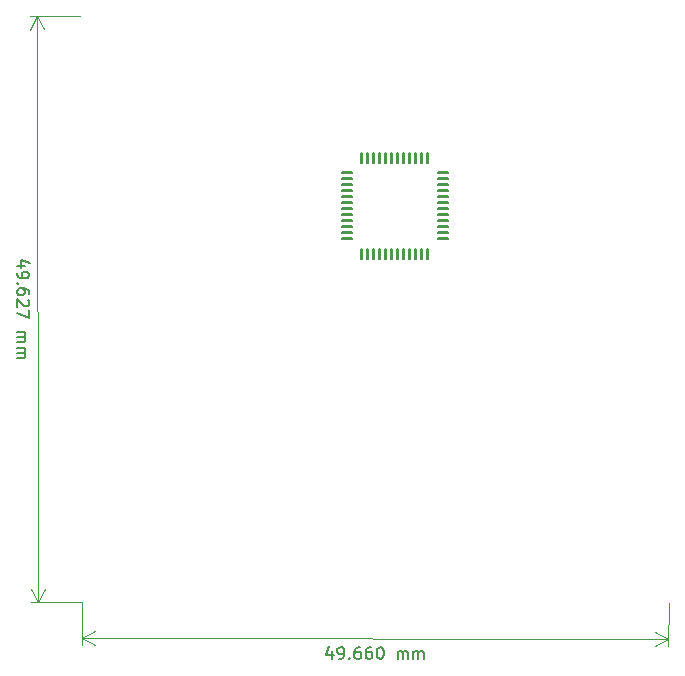
<source format=gbr>
G04 #@! TF.GenerationSoftware,KiCad,Pcbnew,5.1.6-c6e7f7d~87~ubuntu18.04.1*
G04 #@! TF.CreationDate,2020-10-14T05:15:15+05:30*
G04 #@! TF.ProjectId,FrontEnd_4S,46726f6e-7445-46e6-945f-34532e6b6963,rev?*
G04 #@! TF.SameCoordinates,Original*
G04 #@! TF.FileFunction,OtherDrawing,Comment*
%FSLAX46Y46*%
G04 Gerber Fmt 4.6, Leading zero omitted, Abs format (unit mm)*
G04 Created by KiCad (PCBNEW 5.1.6-c6e7f7d~87~ubuntu18.04.1) date 2020-10-14 05:15:15*
%MOMM*%
%LPD*%
G01*
G04 APERTURE LIST*
%ADD10C,0.150000*%
%ADD11C,0.100000*%
G04 APERTURE END LIST*
D10*
X89074417Y-87665246D02*
X88407753Y-87667191D01*
X89454673Y-87426041D02*
X88739696Y-87190030D01*
X88741502Y-87809075D01*
X88409420Y-88238617D02*
X88409976Y-88429093D01*
X88457873Y-88524191D01*
X88505631Y-88571671D01*
X88648765Y-88666492D01*
X88839379Y-88713555D01*
X89220330Y-88712444D01*
X89315429Y-88664547D01*
X89362909Y-88616790D01*
X89410250Y-88521413D01*
X89409694Y-88330938D01*
X89361797Y-88235839D01*
X89314040Y-88188359D01*
X89218663Y-88141018D01*
X88980569Y-88141713D01*
X88885470Y-88189609D01*
X88837990Y-88237367D01*
X88790649Y-88332744D01*
X88791205Y-88523219D01*
X88839101Y-88618318D01*
X88886859Y-88665798D01*
X88982236Y-88713139D01*
X88507298Y-89143098D02*
X88459818Y-89190855D01*
X88412060Y-89143375D01*
X88459540Y-89095618D01*
X88507298Y-89143098D01*
X88412060Y-89143375D01*
X89414695Y-90045216D02*
X89414140Y-89854741D01*
X89366243Y-89759642D01*
X89318485Y-89712162D01*
X89175351Y-89617341D01*
X88984736Y-89570278D01*
X88603786Y-89571389D01*
X88508687Y-89619286D01*
X88461207Y-89667044D01*
X88413866Y-89762420D01*
X88414422Y-89952896D01*
X88462318Y-90047995D01*
X88510076Y-90095474D01*
X88605453Y-90142815D01*
X88843547Y-90142121D01*
X88938646Y-90094224D01*
X88986126Y-90046466D01*
X89033467Y-89951090D01*
X89032911Y-89760614D01*
X88985014Y-89665516D01*
X88937257Y-89618036D01*
X88841880Y-89570695D01*
X89320847Y-90521682D02*
X89368605Y-90569162D01*
X89416501Y-90664261D01*
X89417196Y-90902355D01*
X89369855Y-90997732D01*
X89322375Y-91045490D01*
X89227276Y-91093386D01*
X89132039Y-91093664D01*
X88989043Y-91046462D01*
X88415950Y-90476703D01*
X88417756Y-91095748D01*
X89418724Y-91426163D02*
X89420669Y-92092826D01*
X88419423Y-91667174D01*
X88424007Y-93238596D02*
X89090671Y-93236651D01*
X88995434Y-93236929D02*
X89043191Y-93284409D01*
X89091088Y-93379508D01*
X89091505Y-93522364D01*
X89044164Y-93617741D01*
X88949065Y-93665638D01*
X88425258Y-93667166D01*
X88949065Y-93665638D02*
X89044442Y-93712979D01*
X89092338Y-93808077D01*
X89092755Y-93950934D01*
X89045414Y-94046310D01*
X88950315Y-94094207D01*
X88426508Y-94095735D01*
X88427897Y-94571924D02*
X89094561Y-94569979D01*
X88999323Y-94570257D02*
X89047081Y-94617737D01*
X89094978Y-94712835D01*
X89095395Y-94855692D01*
X89048054Y-94951068D01*
X88952955Y-94998965D01*
X88429148Y-95000493D01*
X88952955Y-94998965D02*
X89048331Y-95046306D01*
X89096228Y-95141405D01*
X89096645Y-95284261D01*
X89049304Y-95379638D01*
X88954205Y-95427535D01*
X88430398Y-95429063D01*
D11*
X90048435Y-66515616D02*
X90193215Y-116142136D01*
X93748860Y-66504820D02*
X89462017Y-66517326D01*
X93893640Y-116131340D02*
X89606797Y-116143846D01*
X90193215Y-116142136D02*
X89603510Y-115017348D01*
X90193215Y-116142136D02*
X90776347Y-115013926D01*
X90048435Y-66515616D02*
X89465303Y-67643826D01*
X90048435Y-66515616D02*
X90638140Y-67640404D01*
D10*
X115047782Y-120256502D02*
X115046316Y-120923167D01*
X114810525Y-119875027D02*
X114570860Y-120588787D01*
X115189906Y-120590149D01*
X115617743Y-120924424D02*
X115808219Y-120924843D01*
X115903561Y-120877433D01*
X115951285Y-120829919D01*
X116046837Y-120687272D01*
X116094875Y-120496901D01*
X116095713Y-120115949D01*
X116048303Y-120020607D01*
X116000789Y-119972883D01*
X115905656Y-119925055D01*
X115715180Y-119924636D01*
X115619838Y-119972045D01*
X115572114Y-120019559D01*
X115524286Y-120114692D01*
X115523762Y-120352787D01*
X115571171Y-120448130D01*
X115618686Y-120495853D01*
X115713819Y-120543682D01*
X115904294Y-120544101D01*
X115999637Y-120496691D01*
X116047361Y-120449177D01*
X116095189Y-120354044D01*
X116522712Y-120831176D02*
X116570226Y-120878899D01*
X116522503Y-120926414D01*
X116474988Y-120878690D01*
X116522712Y-120831176D01*
X116522503Y-120926414D01*
X117429462Y-119928406D02*
X117238986Y-119927987D01*
X117143643Y-119975397D01*
X117095920Y-120022911D01*
X117000368Y-120165558D01*
X116952330Y-120355929D01*
X116951492Y-120736881D01*
X116998901Y-120832223D01*
X117046416Y-120879947D01*
X117141549Y-120927775D01*
X117332025Y-120928194D01*
X117427367Y-120880785D01*
X117475091Y-120833270D01*
X117522919Y-120738137D01*
X117523443Y-120500043D01*
X117476033Y-120404700D01*
X117428519Y-120356976D01*
X117333386Y-120309148D01*
X117142910Y-120308729D01*
X117047568Y-120356139D01*
X116999844Y-120403653D01*
X116952016Y-120498786D01*
X118381840Y-119930501D02*
X118191365Y-119930082D01*
X118096022Y-119977491D01*
X118048298Y-120025005D01*
X117952746Y-120167653D01*
X117904708Y-120358024D01*
X117903871Y-120738975D01*
X117951280Y-120834318D01*
X117998794Y-120882041D01*
X118093927Y-120929870D01*
X118284403Y-120930289D01*
X118379746Y-120882879D01*
X118427469Y-120835365D01*
X118475298Y-120740232D01*
X118475821Y-120502137D01*
X118428412Y-120406795D01*
X118380898Y-120359071D01*
X118285765Y-120311243D01*
X118095289Y-120310824D01*
X117999946Y-120358233D01*
X117952223Y-120405747D01*
X117904394Y-120500881D01*
X119096124Y-119932072D02*
X119191362Y-119932281D01*
X119286495Y-119980109D01*
X119334010Y-120027833D01*
X119381419Y-120123176D01*
X119428619Y-120313756D01*
X119428095Y-120551851D01*
X119380058Y-120742222D01*
X119332229Y-120837355D01*
X119284505Y-120884869D01*
X119189163Y-120932279D01*
X119093925Y-120932069D01*
X118998792Y-120884241D01*
X118951278Y-120836517D01*
X118903868Y-120741175D01*
X118856668Y-120550594D01*
X118857192Y-120312499D01*
X118905230Y-120122128D01*
X118953058Y-120026995D01*
X119000782Y-119979481D01*
X119096124Y-119932072D01*
X120617731Y-120935421D02*
X120619197Y-120268756D01*
X120618988Y-120363993D02*
X120666711Y-120316479D01*
X120762054Y-120269070D01*
X120904911Y-120269384D01*
X121000044Y-120317212D01*
X121047453Y-120412555D01*
X121046301Y-120936363D01*
X121047453Y-120412555D02*
X121095282Y-120317422D01*
X121190624Y-120270012D01*
X121333481Y-120270327D01*
X121428614Y-120318155D01*
X121476024Y-120413498D01*
X121474872Y-120937306D01*
X121951061Y-120938353D02*
X121952527Y-120271688D01*
X121952318Y-120366926D02*
X122000041Y-120319412D01*
X122095384Y-120272002D01*
X122238241Y-120272316D01*
X122333374Y-120320145D01*
X122380783Y-120415487D01*
X122379631Y-120939296D01*
X122380783Y-120415487D02*
X122428612Y-120320354D01*
X122523954Y-120272945D01*
X122666811Y-120273259D01*
X122761944Y-120321087D01*
X122809354Y-120416430D01*
X122808202Y-120940238D01*
D11*
X93886948Y-119174245D02*
X143546488Y-119283465D01*
X93893640Y-116131340D02*
X93885658Y-119760664D01*
X143553180Y-116240560D02*
X143545198Y-119869884D01*
X143546488Y-119283465D02*
X142418697Y-119867407D01*
X143546488Y-119283465D02*
X142421277Y-118694568D01*
X93886948Y-119174245D02*
X95012159Y-119763142D01*
X93886948Y-119174245D02*
X95014739Y-118590303D01*
D10*
X115874000Y-84796000D02*
X115874000Y-84876000D01*
X116724000Y-84876000D01*
X116724000Y-84796000D01*
X115874000Y-84796000D01*
X117529000Y-78061000D02*
X117529000Y-78911000D01*
X117609000Y-78911000D01*
X117609000Y-78061000D01*
X117529000Y-78061000D01*
X118037000Y-78061000D02*
X118037000Y-78911000D01*
X118117000Y-78911000D01*
X118117000Y-78061000D01*
X118037000Y-78061000D01*
X118545000Y-78061000D02*
X118545000Y-78911000D01*
X118625000Y-78911000D01*
X118625000Y-78061000D01*
X118545000Y-78061000D01*
X119053000Y-78061000D02*
X119053000Y-78911000D01*
X119133000Y-78911000D01*
X119133000Y-78061000D01*
X119053000Y-78061000D01*
X119561000Y-78061000D02*
X119561000Y-78911000D01*
X119641000Y-78911000D01*
X119641000Y-78061000D01*
X119561000Y-78061000D01*
X120069000Y-78061000D02*
X120069000Y-78911000D01*
X120149000Y-78911000D01*
X120149000Y-78061000D01*
X120069000Y-78061000D01*
X120577000Y-78061000D02*
X120577000Y-78911000D01*
X120657000Y-78911000D01*
X120657000Y-78061000D01*
X120577000Y-78061000D01*
X121085000Y-78061000D02*
X121085000Y-78911000D01*
X121165000Y-78911000D01*
X121165000Y-78061000D01*
X121085000Y-78061000D01*
X121593000Y-78061000D02*
X121593000Y-78911000D01*
X121673000Y-78911000D01*
X121673000Y-78061000D01*
X121593000Y-78061000D01*
X122101000Y-78061000D02*
X122101000Y-78911000D01*
X122181000Y-78911000D01*
X122181000Y-78061000D01*
X122101000Y-78061000D01*
X122609000Y-78061000D02*
X122609000Y-78911000D01*
X122689000Y-78911000D01*
X122689000Y-78061000D01*
X122609000Y-78061000D01*
X123117000Y-78061000D02*
X123117000Y-78911000D01*
X123197000Y-78911000D01*
X123197000Y-78061000D01*
X123117000Y-78061000D01*
X124002000Y-79716000D02*
X124002000Y-79796000D01*
X124852000Y-79796000D01*
X124852000Y-79716000D01*
X124002000Y-79716000D01*
X124002000Y-80224000D02*
X124002000Y-80304000D01*
X124852000Y-80304000D01*
X124852000Y-80224000D01*
X124002000Y-80224000D01*
X124002000Y-81240000D02*
X124002000Y-81320000D01*
X124852000Y-81320000D01*
X124852000Y-81240000D01*
X124002000Y-81240000D01*
X124002000Y-81748000D02*
X124002000Y-81828000D01*
X124852000Y-81828000D01*
X124852000Y-81748000D01*
X124002000Y-81748000D01*
X124002000Y-82256000D02*
X124002000Y-82336000D01*
X124852000Y-82336000D01*
X124852000Y-82256000D01*
X124002000Y-82256000D01*
X124002000Y-82764000D02*
X124002000Y-82844000D01*
X124852000Y-82844000D01*
X124852000Y-82764000D01*
X124002000Y-82764000D01*
X124002000Y-83272000D02*
X124002000Y-83352000D01*
X124852000Y-83352000D01*
X124852000Y-83272000D01*
X124002000Y-83272000D01*
X124002000Y-83780000D02*
X124002000Y-83860000D01*
X124852000Y-83860000D01*
X124852000Y-83780000D01*
X124002000Y-83780000D01*
X124002000Y-84288000D02*
X124002000Y-84368000D01*
X124852000Y-84368000D01*
X124852000Y-84288000D01*
X124002000Y-84288000D01*
X124002000Y-84796000D02*
X124002000Y-84876000D01*
X124852000Y-84876000D01*
X124852000Y-84796000D01*
X124002000Y-84796000D01*
X124002000Y-85304000D02*
X124002000Y-85384000D01*
X124852000Y-85384000D01*
X124852000Y-85304000D01*
X124002000Y-85304000D01*
X122609000Y-86189000D02*
X122609000Y-87039000D01*
X122689000Y-87039000D01*
X122689000Y-86189000D01*
X122609000Y-86189000D01*
X122101000Y-86189000D02*
X122101000Y-87039000D01*
X122181000Y-87039000D01*
X122181000Y-86189000D01*
X122101000Y-86189000D01*
X121593000Y-86189000D02*
X121593000Y-87039000D01*
X121673000Y-87039000D01*
X121673000Y-86189000D01*
X121593000Y-86189000D01*
X121085000Y-86189000D02*
X121085000Y-87039000D01*
X121165000Y-87039000D01*
X121165000Y-86189000D01*
X121085000Y-86189000D01*
X120577000Y-86189000D02*
X120577000Y-87039000D01*
X120657000Y-87039000D01*
X120657000Y-86189000D01*
X120577000Y-86189000D01*
X120069000Y-86189000D02*
X120069000Y-87039000D01*
X120149000Y-87039000D01*
X120149000Y-86189000D01*
X120069000Y-86189000D01*
X119561000Y-86189000D02*
X119561000Y-87039000D01*
X119641000Y-87039000D01*
X119641000Y-86189000D01*
X119561000Y-86189000D01*
X119053000Y-86189000D02*
X119053000Y-87039000D01*
X119133000Y-87039000D01*
X119133000Y-86189000D01*
X119053000Y-86189000D01*
X118545000Y-86189000D02*
X118545000Y-87039000D01*
X118625000Y-87039000D01*
X118625000Y-86189000D01*
X118545000Y-86189000D01*
X118037000Y-86189000D02*
X118037000Y-87039000D01*
X118117000Y-87039000D01*
X118117000Y-86189000D01*
X118037000Y-86189000D01*
X117529000Y-86189000D02*
X117529000Y-87039000D01*
X117609000Y-87039000D01*
X117609000Y-86189000D01*
X117529000Y-86189000D01*
X115874000Y-85304000D02*
X115874000Y-85384000D01*
X116724000Y-85384000D01*
X116724000Y-85304000D01*
X115874000Y-85304000D01*
X115874000Y-84288000D02*
X115874000Y-84368000D01*
X116724000Y-84368000D01*
X116724000Y-84288000D01*
X115874000Y-84288000D01*
X115874000Y-83780000D02*
X115874000Y-83860000D01*
X116724000Y-83860000D01*
X116724000Y-83780000D01*
X115874000Y-83780000D01*
X115874000Y-83272000D02*
X115874000Y-83352000D01*
X116724000Y-83352000D01*
X116724000Y-83272000D01*
X115874000Y-83272000D01*
X115874000Y-82764000D02*
X115874000Y-82844000D01*
X116724000Y-82844000D01*
X116724000Y-82764000D01*
X115874000Y-82764000D01*
X115874000Y-82256000D02*
X115874000Y-82336000D01*
X116724000Y-82336000D01*
X116724000Y-82256000D01*
X115874000Y-82256000D01*
X115874000Y-81748000D02*
X115874000Y-81828000D01*
X116724000Y-81828000D01*
X116724000Y-81748000D01*
X115874000Y-81748000D01*
X115874000Y-81240000D02*
X115874000Y-81320000D01*
X116724000Y-81320000D01*
X116724000Y-81240000D01*
X115874000Y-81240000D01*
X115874000Y-80732000D02*
X115874000Y-80812000D01*
X116724000Y-80812000D01*
X116724000Y-80732000D01*
X115874000Y-80732000D01*
X115874000Y-80224000D02*
X115874000Y-80304000D01*
X116724000Y-80304000D01*
X116724000Y-80224000D01*
X115874000Y-80224000D01*
X115874000Y-79716000D02*
X115874000Y-79796000D01*
X116724000Y-79796000D01*
X116724000Y-79716000D01*
X115874000Y-79716000D01*
X123117000Y-86189000D02*
X123117000Y-87039000D01*
X123197000Y-87039000D01*
X123197000Y-86189000D01*
X123117000Y-86189000D01*
X124002000Y-80732000D02*
X124002000Y-80812000D01*
X124852000Y-80812000D01*
X124852000Y-80732000D01*
X124002000Y-80732000D01*
M02*

</source>
